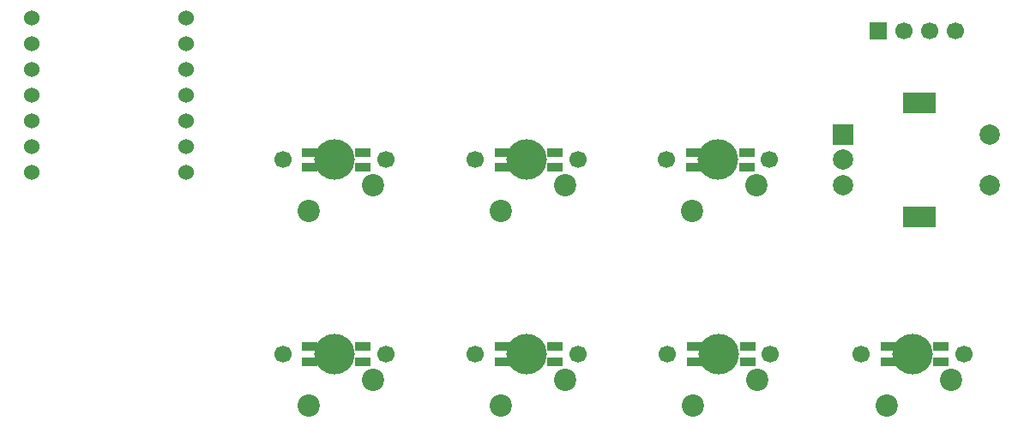
<source format=gbr>
%TF.GenerationSoftware,KiCad,Pcbnew,9.0.6*%
%TF.CreationDate,2025-11-29T18:30:53-05:00*%
%TF.ProjectId,Generalist_Macro,47656e65-7261-46c6-9973-745f4d616372,rev?*%
%TF.SameCoordinates,Original*%
%TF.FileFunction,Soldermask,Bot*%
%TF.FilePolarity,Negative*%
%FSLAX46Y46*%
G04 Gerber Fmt 4.6, Leading zero omitted, Abs format (unit mm)*
G04 Created by KiCad (PCBNEW 9.0.6) date 2025-11-29 18:30:53*
%MOMM*%
%LPD*%
G01*
G04 APERTURE LIST*
G04 Aperture macros list*
%AMRoundRect*
0 Rectangle with rounded corners*
0 $1 Rounding radius*
0 $2 $3 $4 $5 $6 $7 $8 $9 X,Y pos of 4 corners*
0 Add a 4 corners polygon primitive as box body*
4,1,4,$2,$3,$4,$5,$6,$7,$8,$9,$2,$3,0*
0 Add four circle primitives for the rounded corners*
1,1,$1+$1,$2,$3*
1,1,$1+$1,$4,$5*
1,1,$1+$1,$6,$7*
1,1,$1+$1,$8,$9*
0 Add four rect primitives between the rounded corners*
20,1,$1+$1,$2,$3,$4,$5,0*
20,1,$1+$1,$4,$5,$6,$7,0*
20,1,$1+$1,$6,$7,$8,$9,0*
20,1,$1+$1,$8,$9,$2,$3,0*%
G04 Aperture macros list end*
%ADD10C,1.700000*%
%ADD11C,4.000000*%
%ADD12C,2.200000*%
%ADD13RoundRect,0.082000X0.718000X-0.328000X0.718000X0.328000X-0.718000X0.328000X-0.718000X-0.328000X0*%
%ADD14R,1.700000X1.700000*%
%ADD15R,2.000000X2.000000*%
%ADD16C,2.000000*%
%ADD17R,3.200000X2.000000*%
%ADD18C,1.524000*%
G04 APERTURE END LIST*
D10*
%TO.C,SW5*%
X92580000Y-89900000D03*
D11*
X87500000Y-89900000D03*
D10*
X82420000Y-89900000D03*
D12*
X84960000Y-94980000D03*
X91310000Y-92440000D03*
%TD*%
D10*
%TO.C,SW1*%
X92570000Y-70700000D03*
D11*
X87490000Y-70700000D03*
D10*
X82410000Y-70700000D03*
D12*
X84950000Y-75780000D03*
X91300000Y-73240000D03*
%TD*%
D10*
%TO.C,SW8*%
X149670000Y-89900000D03*
D11*
X144590000Y-89900000D03*
D10*
X139510000Y-89900000D03*
D12*
X142050000Y-94980000D03*
X148400000Y-92440000D03*
%TD*%
D13*
%TO.C,D14*%
X128312500Y-90650000D03*
X128312500Y-89150000D03*
X123112500Y-89150000D03*
X123112500Y-90650000D03*
%TD*%
D10*
%TO.C,SW7*%
X130580000Y-89900000D03*
D11*
X125500000Y-89900000D03*
D10*
X120420000Y-89900000D03*
D12*
X122960000Y-94980000D03*
X129310000Y-92440000D03*
%TD*%
D14*
%TO.C,J1*%
X141190000Y-58000000D03*
D10*
X143730000Y-58000000D03*
X146270000Y-58000000D03*
X148810000Y-58000000D03*
%TD*%
%TO.C,SW2*%
X111580000Y-70700000D03*
D11*
X106500000Y-70700000D03*
D10*
X101420000Y-70700000D03*
D12*
X103960000Y-75780000D03*
X110310000Y-73240000D03*
%TD*%
D10*
%TO.C,SW3*%
X130480000Y-70700000D03*
D11*
X125400000Y-70700000D03*
D10*
X120320000Y-70700000D03*
D12*
X122860000Y-75780000D03*
X129210000Y-73240000D03*
%TD*%
D13*
%TO.C,D10*%
X90302500Y-71450000D03*
X90302500Y-69950000D03*
X85102500Y-69950000D03*
X85102500Y-71450000D03*
%TD*%
D10*
%TO.C,SW6*%
X111590000Y-89900000D03*
D11*
X106510000Y-89900000D03*
D10*
X101430000Y-89900000D03*
D12*
X103970000Y-94980000D03*
X110320000Y-92440000D03*
%TD*%
D15*
%TO.C,SW13*%
X137750000Y-68200000D03*
D16*
X137750000Y-73200000D03*
X137750000Y-70700000D03*
D17*
X145250000Y-65100000D03*
X145250000Y-76300000D03*
D16*
X152250000Y-73200000D03*
X152250000Y-68200000D03*
%TD*%
D13*
%TO.C,D11*%
X109312500Y-71450000D03*
X109312500Y-69950000D03*
X104112500Y-69950000D03*
X104112500Y-71450000D03*
%TD*%
D18*
%TO.C,U1*%
X57680000Y-56680000D03*
X57680000Y-59220000D03*
X57680000Y-61760000D03*
X57680000Y-64300000D03*
X57680000Y-66840000D03*
X57680000Y-69380000D03*
X57680000Y-71920000D03*
X72920000Y-71920000D03*
X72920000Y-69380000D03*
X72920000Y-66840000D03*
X72920000Y-64300000D03*
X72920000Y-61760000D03*
X72920000Y-59220000D03*
X72920000Y-56680000D03*
%TD*%
D13*
%TO.C,D12*%
X128212500Y-71450000D03*
X128212500Y-69950000D03*
X123012500Y-69950000D03*
X123012500Y-71450000D03*
%TD*%
%TO.C,D13*%
X147402500Y-90650000D03*
X147402500Y-89150000D03*
X142202500Y-89150000D03*
X142202500Y-90650000D03*
%TD*%
%TO.C,D15*%
X109322500Y-90650000D03*
X109322500Y-89150000D03*
X104122500Y-89150000D03*
X104122500Y-90650000D03*
%TD*%
%TO.C,D16*%
X90312500Y-90650000D03*
X90312500Y-89150000D03*
X85112500Y-89150000D03*
X85112500Y-90650000D03*
%TD*%
M02*

</source>
